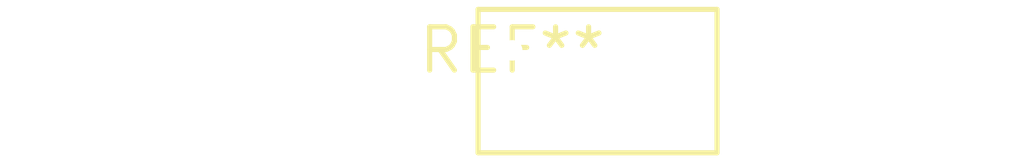
<source format=kicad_pcb>
(kicad_pcb (version 20240108) (generator pcbnew)
  (layers (0 "F.Cu" signal) (31 "B.Cu" signal) (34 "B.Paste" user) (35 "F.Paste" user) (36 "B.SilkS" user "B.Silkscreen") (37 "F.SilkS" user "F.Silkscreen") (38 "B.Mask" user) (39 "F.Mask" user) (44 "Edge.Cuts" user))
  (net 0 "")
  (footprint "RV_Disc_D7mm_W4.2mm_P5mm" (layer "F.Cu") (at 0 0)
    (property "Reference" "REF**")
    (property "Value" "RV_Disc_D7mm_W4.2mm_P5mm")
    (fp_line (start -1 -1.2) (end -1 3) (layer "F.SilkS") (stroke (width 0.15)))
    (fp_line (start -1 -1.2) (end 6 -1.2) (layer "F.SilkS") (stroke (width 0.15)))
    (fp_line (start -1 3) (end 6 3) (layer "F.SilkS") (stroke (width 0.15)))
    (fp_line (start 6 -1.2) (end 6 3) (layer "F.SilkS") (stroke (width 0.15)))
    (pad "1" thru_hole circle (at 0 0) (size 1.6 1.6) (drill 0.6) (layers *.Cu *.Mask) (remove_unused_layers))
    (pad "2" thru_hole circle (at 5 1.8) (size 1.6 1.6) (drill 0.6) (layers *.Cu *.Mask) (remove_unused_layers))
  )
)
</source>
